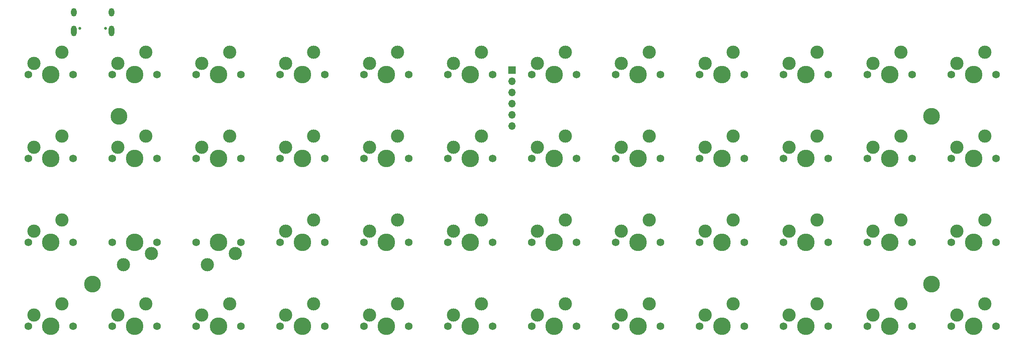
<source format=gts>
G04 #@! TF.GenerationSoftware,KiCad,Pcbnew,(6.0.5-0)*
G04 #@! TF.CreationDate,2022-06-10T13:55:56-05:00*
G04 #@! TF.ProjectId,pcb,7063622e-6b69-4636-9164-5f7063625858,rev?*
G04 #@! TF.SameCoordinates,Original*
G04 #@! TF.FileFunction,Soldermask,Top*
G04 #@! TF.FilePolarity,Negative*
%FSLAX46Y46*%
G04 Gerber Fmt 4.6, Leading zero omitted, Abs format (unit mm)*
G04 Created by KiCad (PCBNEW (6.0.5-0)) date 2022-06-10 13:55:56*
%MOMM*%
%LPD*%
G01*
G04 APERTURE LIST*
%ADD10C,3.800000*%
%ADD11C,3.987800*%
%ADD12C,1.750000*%
%ADD13C,3.000000*%
%ADD14O,1.700000X1.700000*%
%ADD15R,1.700000X1.700000*%
%ADD16O,1.300000X1.900000*%
%ADD17O,1.300000X2.400000*%
%ADD18C,0.650000*%
G04 APERTURE END LIST*
D10*
X286915401Y-62718966D03*
X102368371Y-62718966D03*
X286915401Y-100818998D03*
X96415241Y-100818998D03*
D11*
X124990225Y-53193950D03*
D12*
X130070225Y-53193950D03*
D13*
X121180225Y-50653950D03*
X127530225Y-48113950D03*
D12*
X119910225Y-53193950D03*
X206270225Y-53193950D03*
D11*
X201190225Y-53193950D03*
D13*
X197380225Y-50653950D03*
D12*
X196110225Y-53193950D03*
D13*
X203730225Y-48113950D03*
D11*
X182140225Y-53193950D03*
D13*
X178330225Y-50653950D03*
X184680225Y-48113950D03*
D12*
X187220225Y-53193950D03*
X177060225Y-53193950D03*
D13*
X165630225Y-48113950D03*
X159280225Y-50653950D03*
D12*
X158010225Y-53193950D03*
D11*
X163090225Y-53193950D03*
D12*
X168170225Y-53193950D03*
X91970225Y-53193950D03*
D13*
X89430225Y-48113950D03*
X83080225Y-50653950D03*
D12*
X81810225Y-53193950D03*
D11*
X86890225Y-53193950D03*
D13*
X222780225Y-48113950D03*
D12*
X225320225Y-53193950D03*
D13*
X216430225Y-50653950D03*
D12*
X215160225Y-53193950D03*
D11*
X220240225Y-53193950D03*
D13*
X235480225Y-50653950D03*
X241830225Y-48113950D03*
D12*
X244370225Y-53193950D03*
X234210225Y-53193950D03*
D11*
X239290225Y-53193950D03*
X86890225Y-72243950D03*
D13*
X89430225Y-67163950D03*
X83080225Y-69703950D03*
D12*
X81810225Y-72243950D03*
X91970225Y-72243950D03*
X111020225Y-72243950D03*
X100860225Y-72243950D03*
D11*
X105940225Y-72243950D03*
D13*
X108480225Y-67163950D03*
X102130225Y-69703950D03*
X140235399Y-69703950D03*
X146585399Y-67163950D03*
D12*
X149125399Y-72243950D03*
D11*
X144045399Y-72243950D03*
D12*
X138965399Y-72243950D03*
X272310225Y-53193950D03*
D11*
X277390225Y-53193950D03*
D13*
X279930225Y-48113950D03*
D12*
X282470225Y-53193950D03*
D13*
X273580225Y-50653950D03*
X165630225Y-67163950D03*
X159280225Y-69703950D03*
D12*
X168170225Y-72243950D03*
D11*
X163090225Y-72243950D03*
D12*
X158010225Y-72243950D03*
D11*
X182140225Y-72243950D03*
D13*
X178330225Y-69703950D03*
D12*
X187220225Y-72243950D03*
D13*
X184680225Y-67163950D03*
D12*
X177060225Y-72243950D03*
X206270225Y-72243950D03*
D13*
X197380225Y-69703950D03*
X203730225Y-67163950D03*
D12*
X196110225Y-72243950D03*
D11*
X201190225Y-72243950D03*
D13*
X108480225Y-105263950D03*
D12*
X111020225Y-110343950D03*
D13*
X102130225Y-107803950D03*
D12*
X100860225Y-110343950D03*
D11*
X105940225Y-110343950D03*
D12*
X130070225Y-110343950D03*
D13*
X127530225Y-105263950D03*
D12*
X119910225Y-110343950D03*
D13*
X121180225Y-107803950D03*
D11*
X124990225Y-110343950D03*
D13*
X140230225Y-107803950D03*
D12*
X138960225Y-110343950D03*
D13*
X146580225Y-105263950D03*
D11*
X144040225Y-110343950D03*
D12*
X149120225Y-110343950D03*
X158010225Y-110343950D03*
D13*
X165630225Y-105263950D03*
D11*
X163090225Y-110343950D03*
D12*
X168170225Y-110343950D03*
D13*
X159280225Y-107803950D03*
X184680225Y-105263950D03*
D11*
X182140225Y-110343950D03*
D12*
X187220225Y-110343950D03*
D13*
X178330225Y-107803950D03*
D12*
X177060225Y-110343950D03*
D13*
X222780225Y-105263950D03*
D12*
X215160225Y-110343950D03*
D11*
X220240225Y-110343950D03*
D13*
X216430225Y-107803950D03*
D12*
X225320225Y-110343950D03*
D11*
X239290225Y-110343950D03*
D13*
X241830225Y-105263950D03*
D12*
X234210225Y-110343950D03*
X244370225Y-110343950D03*
D13*
X235480225Y-107803950D03*
D12*
X263420225Y-110343950D03*
D13*
X260880225Y-105263950D03*
D12*
X253260225Y-110343950D03*
D13*
X254530225Y-107803950D03*
D11*
X258340225Y-110343950D03*
D12*
X282470225Y-110343950D03*
X272310225Y-110343950D03*
D13*
X273580225Y-107803950D03*
D11*
X277390225Y-110343950D03*
D13*
X279930225Y-105263950D03*
D12*
X206270225Y-110343950D03*
D11*
X201190225Y-110343950D03*
D13*
X197380225Y-107803950D03*
X203730225Y-105263950D03*
D12*
X196110225Y-110343950D03*
X272310225Y-91293950D03*
D13*
X273580225Y-88753950D03*
D11*
X277390225Y-91293950D03*
D13*
X279930225Y-86213950D03*
D12*
X282470225Y-91293950D03*
X253260225Y-91293950D03*
X263420225Y-91293950D03*
D13*
X260880225Y-86213950D03*
D11*
X258340225Y-91293950D03*
D13*
X254530225Y-88753950D03*
X216430225Y-88753950D03*
D12*
X225320225Y-91293950D03*
D11*
X220240225Y-91293950D03*
D12*
X215160225Y-91293950D03*
D13*
X222780225Y-86213950D03*
X184680225Y-86213950D03*
D11*
X182140225Y-91293950D03*
D13*
X178330225Y-88753950D03*
D12*
X177060225Y-91293950D03*
X187220225Y-91293950D03*
D13*
X140230225Y-88753950D03*
D12*
X138960225Y-91293950D03*
X149120225Y-91293950D03*
D11*
X144040225Y-91293950D03*
D13*
X146580225Y-86213950D03*
D12*
X91970225Y-91293950D03*
D13*
X83080225Y-88753950D03*
X89430225Y-86213950D03*
D11*
X86890225Y-91293950D03*
D12*
X81810225Y-91293950D03*
D13*
X165630225Y-86213950D03*
X159280225Y-88753950D03*
D12*
X158010225Y-91293950D03*
D11*
X163090225Y-91293950D03*
D12*
X168170225Y-91293950D03*
X301520225Y-72243950D03*
D13*
X292630225Y-69703950D03*
D12*
X291360225Y-72243950D03*
D11*
X296440225Y-72243950D03*
D13*
X298980225Y-67163950D03*
D12*
X119910225Y-91293950D03*
D11*
X124990225Y-91293950D03*
D13*
X122450225Y-96373950D03*
D12*
X130070225Y-91293950D03*
D13*
X128800225Y-93833950D03*
D12*
X111020225Y-91293950D03*
D13*
X109750225Y-93833950D03*
X103400225Y-96373950D03*
D11*
X105940225Y-91293950D03*
D12*
X100860225Y-91293950D03*
D13*
X260880225Y-67163950D03*
D12*
X253260225Y-72243950D03*
D11*
X258340225Y-72243950D03*
D12*
X263420225Y-72243950D03*
D13*
X254530225Y-69703950D03*
X241830225Y-67163950D03*
D12*
X234210225Y-72243950D03*
D11*
X239290225Y-72243950D03*
D13*
X235480225Y-69703950D03*
D12*
X244370225Y-72243950D03*
D11*
X277390225Y-72243950D03*
D13*
X279930225Y-67163950D03*
D12*
X282470225Y-72243950D03*
D13*
X273580225Y-69703950D03*
D12*
X272310225Y-72243950D03*
X291360225Y-110343950D03*
X301520225Y-110343950D03*
D11*
X296440225Y-110343950D03*
D13*
X292630225Y-107803950D03*
X298980225Y-105263950D03*
D12*
X291360225Y-91293950D03*
D13*
X292630225Y-88753950D03*
X298980225Y-86213950D03*
D11*
X296440225Y-91293950D03*
D12*
X301520225Y-91293950D03*
D13*
X298980225Y-48113950D03*
D12*
X291360225Y-53193950D03*
D11*
X296440225Y-53193950D03*
D12*
X301520225Y-53193950D03*
D13*
X292630225Y-50653950D03*
X102130225Y-50653950D03*
D11*
X105940225Y-53193950D03*
D13*
X108480225Y-48113950D03*
D12*
X100860225Y-53193950D03*
X111020225Y-53193950D03*
D13*
X146580225Y-48113950D03*
D11*
X144040225Y-53193950D03*
D12*
X138960225Y-53193950D03*
D13*
X140230225Y-50653950D03*
D12*
X149120225Y-53193950D03*
D13*
X203730225Y-86213950D03*
D12*
X196110225Y-91293950D03*
X206270225Y-91293950D03*
D13*
X197380225Y-88753950D03*
D11*
X201190225Y-91293950D03*
D13*
X235480225Y-88753950D03*
D12*
X244370225Y-91293950D03*
D13*
X241830225Y-86213950D03*
D12*
X234210225Y-91293950D03*
D11*
X239290225Y-91293950D03*
D13*
X83080225Y-107803950D03*
D12*
X81810225Y-110343950D03*
X91970225Y-110343950D03*
D13*
X89430225Y-105263950D03*
D11*
X86890225Y-110343950D03*
D13*
X254530225Y-50653950D03*
X260880225Y-48113950D03*
D11*
X258340225Y-53193950D03*
D12*
X253260225Y-53193950D03*
X263420225Y-53193950D03*
X130070225Y-72243950D03*
D11*
X124990225Y-72243950D03*
D13*
X127530225Y-67163950D03*
X121180225Y-69703950D03*
D12*
X119910225Y-72243950D03*
X215160225Y-72243950D03*
D13*
X222780225Y-67163950D03*
D12*
X225320225Y-72243950D03*
D11*
X220240225Y-72243950D03*
D13*
X216430225Y-69703950D03*
D14*
X191665313Y-64901767D03*
X191665313Y-54741767D03*
X191665313Y-59821767D03*
X191665313Y-62361767D03*
X191665313Y-57281767D03*
D15*
X191665313Y-52201767D03*
D16*
X92139825Y-39114877D03*
X100739825Y-39114877D03*
D17*
X100739825Y-43314877D03*
X92139825Y-43314877D03*
D18*
X99329825Y-42763877D03*
X93549825Y-42763877D03*
M02*

</source>
